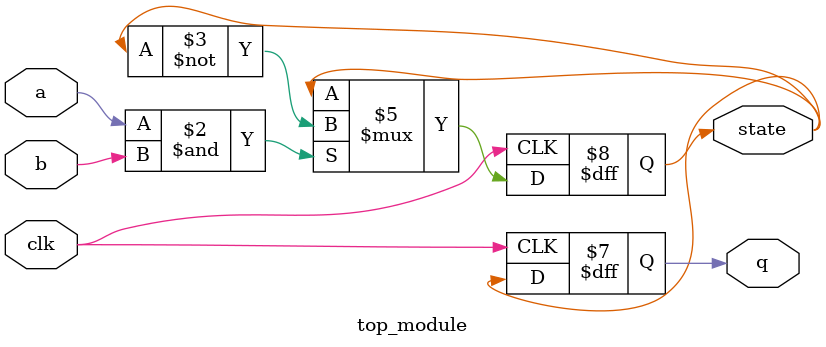
<source format=sv>
module top_module (
    input clk,
    input a,
    input b,
    output reg q,
    output reg state
);

    always @ (posedge clk) begin
        if (a & b)
            state <= ~state;
        else
            state <= state;

        q <= state;
    end

endmodule

</source>
